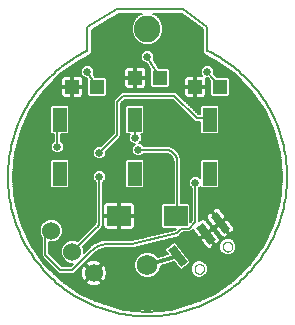
<source format=gtl>
G75*
%MOIN*%
%OFA0B0*%
%FSLAX25Y25*%
%IPPOS*%
%LPD*%
%AMOC8*
5,1,8,0,0,1.08239X$1,22.5*
%
%ADD10C,0.00600*%
%ADD11R,0.07087X0.02756*%
%ADD12R,0.06756X0.02756*%
%ADD13R,0.06362X0.02756*%
%ADD14C,0.00000*%
%ADD15R,0.04528X0.07874*%
%ADD16R,0.07874X0.06693*%
%ADD17R,0.04724X0.04724*%
%ADD18C,0.08858*%
%ADD19C,0.06909*%
%ADD20C,0.06000*%
%ADD21C,0.02578*%
%ADD22C,0.01200*%
%ADD23C,0.00800*%
D10*
X0046966Y0052337D02*
X0052499Y0046830D01*
X0058902Y0042364D01*
X0065981Y0039074D01*
X0073523Y0037060D01*
X0081300Y0036381D01*
X0089077Y0037060D01*
X0096619Y0039074D01*
X0103698Y0042364D01*
X0110101Y0046830D01*
X0115634Y0052337D01*
X0120130Y0058719D01*
X0123453Y0065783D01*
X0125503Y0073315D01*
X0126218Y0081089D01*
X0125576Y0088869D01*
X0123597Y0096421D01*
X0120341Y0103515D01*
X0115905Y0109939D01*
X0110424Y0115498D01*
X0104063Y0120024D01*
X0104063Y0120024D01*
X0100905Y0121700D01*
X0100637Y0121700D01*
X0100363Y0121974D01*
X0100014Y0122140D01*
X0099913Y0122424D01*
X0099700Y0122637D01*
X0099700Y0123025D01*
X0099570Y0123390D01*
X0099700Y0123662D01*
X0099700Y0130500D01*
X0092767Y0135700D01*
X0083082Y0135700D01*
X0084319Y0135188D01*
X0085818Y0133689D01*
X0086629Y0131730D01*
X0086629Y0129610D01*
X0085818Y0127651D01*
X0084319Y0126152D01*
X0082360Y0125341D01*
X0080240Y0125341D01*
X0078281Y0126152D01*
X0076782Y0127651D01*
X0075971Y0129610D01*
X0075971Y0131730D01*
X0076782Y0133689D01*
X0078281Y0135188D01*
X0079518Y0135700D01*
X0071743Y0135700D01*
X0062900Y0130394D01*
X0062900Y0123662D01*
X0063030Y0123390D01*
X0062900Y0123025D01*
X0062900Y0122637D01*
X0062687Y0122424D01*
X0062586Y0122140D01*
X0062237Y0121974D01*
X0061963Y0121700D01*
X0061695Y0121700D01*
X0058537Y0120024D01*
X0052176Y0115498D01*
X0046695Y0109939D01*
X0042259Y0103515D01*
X0039003Y0096421D01*
X0037023Y0088869D01*
X0036382Y0081089D01*
X0037097Y0073315D01*
X0039147Y0065783D01*
X0042470Y0058719D01*
X0046966Y0052337D01*
X0046756Y0052634D02*
X0048127Y0052634D01*
X0048726Y0052036D02*
X0047268Y0052036D01*
X0047869Y0051437D02*
X0049324Y0051437D01*
X0049923Y0050839D02*
X0048471Y0050839D01*
X0049072Y0050240D02*
X0050521Y0050240D01*
X0051120Y0049642D02*
X0049673Y0049642D01*
X0050275Y0049043D02*
X0051718Y0049043D01*
X0051762Y0049000D02*
X0056838Y0049000D01*
X0063346Y0055508D01*
X0063699Y0055861D01*
X0063727Y0055889D01*
X0064563Y0056574D01*
X0066551Y0057398D01*
X0067627Y0057504D01*
X0075940Y0057504D01*
X0076092Y0057412D01*
X0076460Y0057504D01*
X0076838Y0057504D01*
X0076964Y0057630D01*
X0091844Y0061344D01*
X0092252Y0062023D01*
X0093083Y0062854D01*
X0095556Y0062854D01*
X0096410Y0063708D01*
X0096473Y0063562D01*
X0098575Y0060871D01*
X0100448Y0062335D01*
X0100818Y0061862D01*
X0101291Y0062232D01*
X0100921Y0062705D01*
X0102795Y0064169D01*
X0100693Y0066859D01*
X0100420Y0067065D01*
X0100102Y0067193D01*
X0099763Y0067235D01*
X0099424Y0067188D01*
X0099108Y0067054D01*
X0098500Y0066578D01*
X0098500Y0077404D01*
X0098967Y0077872D01*
X0099431Y0077408D01*
X0104704Y0077408D01*
X0105231Y0077935D01*
X0105231Y0086555D01*
X0104704Y0087082D01*
X0099431Y0087082D01*
X0098904Y0086555D01*
X0098904Y0080792D01*
X0098207Y0081489D01*
X0096393Y0081489D01*
X0095111Y0080207D01*
X0095111Y0078393D01*
X0096100Y0077404D01*
X0096100Y0066792D01*
X0095586Y0066278D01*
X0095586Y0072019D01*
X0095059Y0072546D01*
X0092600Y0072546D01*
X0092600Y0087354D01*
X0091793Y0089302D01*
X0091793Y0089302D01*
X0090302Y0090793D01*
X0088354Y0091600D01*
X0080096Y0091600D01*
X0079207Y0092489D01*
X0078585Y0092489D01*
X0079489Y0093393D01*
X0079489Y0095207D01*
X0079178Y0095518D01*
X0079704Y0095518D01*
X0080231Y0096045D01*
X0080231Y0104665D01*
X0079704Y0105192D01*
X0074431Y0105192D01*
X0073904Y0104665D01*
X0073904Y0096045D01*
X0074431Y0095518D01*
X0075422Y0095518D01*
X0075111Y0095207D01*
X0075111Y0093393D01*
X0076393Y0092111D01*
X0077015Y0092111D01*
X0076111Y0091207D01*
X0076111Y0089393D01*
X0077393Y0088111D01*
X0079207Y0088111D01*
X0080096Y0089000D01*
X0087300Y0089000D01*
X0087827Y0088948D01*
X0088800Y0088545D01*
X0089545Y0087800D01*
X0089948Y0086827D01*
X0090000Y0086300D01*
X0090000Y0072546D01*
X0086439Y0072546D01*
X0085912Y0072019D01*
X0085912Y0064581D01*
X0086439Y0064054D01*
X0090888Y0064054D01*
X0090531Y0063696D01*
X0076140Y0060104D01*
X0066013Y0060104D01*
X0063030Y0058868D01*
X0062269Y0058108D01*
X0061852Y0057691D01*
X0061508Y0057346D01*
X0060200Y0056038D01*
X0060200Y0057076D01*
X0059823Y0057985D01*
X0065550Y0063711D01*
X0066035Y0064196D01*
X0066600Y0065561D01*
X0066600Y0079504D01*
X0067489Y0080393D01*
X0067489Y0082207D01*
X0066207Y0083489D01*
X0064393Y0083489D01*
X0063111Y0082207D01*
X0063111Y0080393D01*
X0064000Y0079504D01*
X0064000Y0066300D01*
X0063979Y0066083D01*
X0063812Y0065681D01*
X0063674Y0065512D01*
X0057985Y0059823D01*
X0057076Y0060200D01*
X0055524Y0060200D01*
X0054091Y0059606D01*
X0052994Y0058509D01*
X0052400Y0057076D01*
X0052400Y0055524D01*
X0052994Y0054091D01*
X0054091Y0052994D01*
X0055524Y0052400D01*
X0056562Y0052400D01*
X0055762Y0051600D01*
X0052838Y0051600D01*
X0048600Y0055838D01*
X0048600Y0059471D01*
X0050005Y0059471D01*
X0051438Y0060065D01*
X0052535Y0061162D01*
X0053129Y0062595D01*
X0053129Y0064147D01*
X0052535Y0065580D01*
X0051438Y0066677D01*
X0050005Y0067271D01*
X0048453Y0067271D01*
X0047020Y0066677D01*
X0045923Y0065580D01*
X0045329Y0064147D01*
X0045329Y0062595D01*
X0045923Y0061162D01*
X0046000Y0061085D01*
X0046000Y0054762D01*
X0046762Y0054000D01*
X0051762Y0049000D01*
X0050876Y0048445D02*
X0059142Y0048445D01*
X0059177Y0048222D02*
X0059386Y0047578D01*
X0059693Y0046975D01*
X0060091Y0046428D01*
X0060118Y0046400D01*
X0062947Y0049229D01*
X0060118Y0052057D01*
X0060091Y0052030D01*
X0059693Y0051483D01*
X0059386Y0050880D01*
X0059177Y0050236D01*
X0059071Y0049567D01*
X0059071Y0048891D01*
X0059177Y0048222D01*
X0059299Y0047846D02*
X0051477Y0047846D01*
X0052079Y0047248D02*
X0059554Y0047248D01*
X0059930Y0046649D02*
X0052758Y0046649D01*
X0053616Y0046051D02*
X0060617Y0046051D01*
X0060543Y0045976D02*
X0060570Y0045949D01*
X0061117Y0045551D01*
X0061720Y0045244D01*
X0062364Y0045035D01*
X0063033Y0044929D01*
X0063709Y0044929D01*
X0064378Y0045035D01*
X0065022Y0045244D01*
X0065625Y0045551D01*
X0066172Y0045949D01*
X0066199Y0045976D01*
X0063371Y0048805D01*
X0063795Y0049229D01*
X0063371Y0049653D01*
X0062947Y0049229D01*
X0063371Y0048805D01*
X0060543Y0045976D01*
X0060367Y0046649D02*
X0061216Y0046649D01*
X0060966Y0047248D02*
X0061814Y0047248D01*
X0061564Y0047846D02*
X0062413Y0047846D01*
X0062163Y0048445D02*
X0063011Y0048445D01*
X0063132Y0049043D02*
X0062761Y0049043D01*
X0062534Y0049642D02*
X0063360Y0049642D01*
X0063371Y0049653D02*
X0060543Y0052482D01*
X0060570Y0052509D01*
X0061117Y0052907D01*
X0061720Y0053214D01*
X0062364Y0053423D01*
X0063033Y0053529D01*
X0063709Y0053529D01*
X0064378Y0053423D01*
X0065022Y0053214D01*
X0065625Y0052907D01*
X0066172Y0052509D01*
X0066199Y0052482D01*
X0063371Y0049653D01*
X0063382Y0049642D02*
X0064208Y0049642D01*
X0063795Y0049229D02*
X0066624Y0052057D01*
X0066651Y0052030D01*
X0067049Y0051483D01*
X0067356Y0050880D01*
X0067565Y0050236D01*
X0067671Y0049567D01*
X0067671Y0048891D01*
X0067565Y0048222D01*
X0067356Y0047578D01*
X0067049Y0046975D01*
X0066651Y0046428D01*
X0066624Y0046400D01*
X0063795Y0049229D01*
X0063610Y0049043D02*
X0063981Y0049043D01*
X0063731Y0048445D02*
X0064579Y0048445D01*
X0064329Y0047846D02*
X0065178Y0047846D01*
X0064928Y0047248D02*
X0065776Y0047248D01*
X0065526Y0046649D02*
X0066375Y0046649D01*
X0066812Y0046649D02*
X0109842Y0046649D01*
X0110521Y0047248D02*
X0067188Y0047248D01*
X0067443Y0047846D02*
X0079779Y0047846D01*
X0080434Y0047575D02*
X0082166Y0047575D01*
X0083767Y0048238D01*
X0084992Y0049463D01*
X0085655Y0051064D01*
X0085655Y0051644D01*
X0090055Y0052934D01*
X0092029Y0050407D01*
X0092769Y0050316D01*
X0095529Y0052472D01*
X0095620Y0053212D01*
X0090798Y0059384D01*
X0090058Y0059475D01*
X0087298Y0057319D01*
X0087207Y0056579D01*
X0088068Y0055478D01*
X0084853Y0054535D01*
X0083767Y0055622D01*
X0082166Y0056285D01*
X0080434Y0056285D01*
X0078833Y0055622D01*
X0077608Y0054397D01*
X0076945Y0052796D01*
X0076945Y0051064D01*
X0077608Y0049463D01*
X0078833Y0048238D01*
X0080434Y0047575D01*
X0078626Y0048445D02*
X0067600Y0048445D01*
X0067671Y0049043D02*
X0078028Y0049043D01*
X0077534Y0049642D02*
X0067659Y0049642D01*
X0067564Y0050240D02*
X0077286Y0050240D01*
X0077038Y0050839D02*
X0067369Y0050839D01*
X0067072Y0051437D02*
X0076945Y0051437D01*
X0076945Y0052036D02*
X0066645Y0052036D01*
X0066602Y0052036D02*
X0065754Y0052036D01*
X0065999Y0052634D02*
X0076945Y0052634D01*
X0077126Y0053233D02*
X0064963Y0053233D01*
X0065155Y0051437D02*
X0066004Y0051437D01*
X0065405Y0050839D02*
X0064557Y0050839D01*
X0064807Y0050240D02*
X0063958Y0050240D01*
X0062784Y0050240D02*
X0061935Y0050240D01*
X0062185Y0050839D02*
X0061337Y0050839D01*
X0061587Y0051437D02*
X0060738Y0051437D01*
X0060988Y0052036D02*
X0060140Y0052036D01*
X0060097Y0052036D02*
X0059874Y0052036D01*
X0059670Y0051437D02*
X0059276Y0051437D01*
X0059373Y0050839D02*
X0058677Y0050839D01*
X0059178Y0050240D02*
X0058079Y0050240D01*
X0057480Y0049642D02*
X0059083Y0049642D01*
X0059071Y0049043D02*
X0056882Y0049043D01*
X0056198Y0052036D02*
X0052402Y0052036D01*
X0051804Y0052634D02*
X0054958Y0052634D01*
X0053852Y0053233D02*
X0051205Y0053233D01*
X0050607Y0053832D02*
X0053253Y0053832D01*
X0052853Y0054430D02*
X0050008Y0054430D01*
X0049410Y0055029D02*
X0052605Y0055029D01*
X0052400Y0055627D02*
X0048811Y0055627D01*
X0048600Y0056226D02*
X0052400Y0056226D01*
X0052400Y0056824D02*
X0048600Y0056824D01*
X0048600Y0057423D02*
X0052544Y0057423D01*
X0052792Y0058021D02*
X0048600Y0058021D01*
X0048600Y0058620D02*
X0053104Y0058620D01*
X0053703Y0059218D02*
X0048600Y0059218D01*
X0046000Y0059218D02*
X0042235Y0059218D01*
X0041953Y0059817D02*
X0046000Y0059817D01*
X0046000Y0060415D02*
X0041672Y0060415D01*
X0041390Y0061014D02*
X0046000Y0061014D01*
X0045736Y0061612D02*
X0041109Y0061612D01*
X0040827Y0062211D02*
X0045488Y0062211D01*
X0045329Y0062809D02*
X0040545Y0062809D01*
X0040264Y0063408D02*
X0045329Y0063408D01*
X0045329Y0064006D02*
X0039982Y0064006D01*
X0039701Y0064605D02*
X0045519Y0064605D01*
X0045767Y0065203D02*
X0039419Y0065203D01*
X0039141Y0065802D02*
X0046144Y0065802D01*
X0046743Y0066400D02*
X0038978Y0066400D01*
X0038816Y0066999D02*
X0047796Y0066999D01*
X0050662Y0066999D02*
X0064000Y0066999D01*
X0064000Y0067597D02*
X0038653Y0067597D01*
X0038490Y0068196D02*
X0064000Y0068196D01*
X0064000Y0068794D02*
X0038327Y0068794D01*
X0038164Y0069393D02*
X0064000Y0069393D01*
X0064000Y0069991D02*
X0038001Y0069991D01*
X0037838Y0070590D02*
X0064000Y0070590D01*
X0064000Y0071188D02*
X0037675Y0071188D01*
X0037513Y0071787D02*
X0064000Y0071787D01*
X0064000Y0072385D02*
X0037350Y0072385D01*
X0037187Y0072984D02*
X0064000Y0072984D01*
X0064000Y0073582D02*
X0037072Y0073582D01*
X0037017Y0074181D02*
X0064000Y0074181D01*
X0064000Y0074779D02*
X0036962Y0074779D01*
X0036907Y0075378D02*
X0064000Y0075378D01*
X0064000Y0075976D02*
X0036852Y0075976D01*
X0036797Y0076575D02*
X0064000Y0076575D01*
X0064000Y0077173D02*
X0036742Y0077173D01*
X0036687Y0077772D02*
X0049067Y0077772D01*
X0048904Y0077935D02*
X0049431Y0077408D01*
X0054704Y0077408D01*
X0055231Y0077935D01*
X0055231Y0086555D01*
X0054704Y0087082D01*
X0049431Y0087082D01*
X0048904Y0086555D01*
X0048904Y0077935D01*
X0048904Y0078370D02*
X0036632Y0078370D01*
X0036577Y0078969D02*
X0048904Y0078969D01*
X0048904Y0079568D02*
X0036522Y0079568D01*
X0036467Y0080166D02*
X0048904Y0080166D01*
X0048904Y0080765D02*
X0036412Y0080765D01*
X0036404Y0081363D02*
X0048904Y0081363D01*
X0048904Y0081962D02*
X0036454Y0081962D01*
X0036503Y0082560D02*
X0048904Y0082560D01*
X0048904Y0083159D02*
X0036552Y0083159D01*
X0036602Y0083757D02*
X0048904Y0083757D01*
X0048904Y0084356D02*
X0036651Y0084356D01*
X0036701Y0084954D02*
X0048904Y0084954D01*
X0048904Y0085553D02*
X0036750Y0085553D01*
X0036799Y0086151D02*
X0048904Y0086151D01*
X0049099Y0086750D02*
X0036849Y0086750D01*
X0036898Y0087348D02*
X0064156Y0087348D01*
X0064393Y0087111D02*
X0066207Y0087111D01*
X0067489Y0088393D01*
X0067489Y0089650D01*
X0071838Y0094000D01*
X0072600Y0094762D01*
X0072600Y0105762D01*
X0073838Y0107000D01*
X0089762Y0107000D01*
X0097282Y0099479D01*
X0098904Y0099479D01*
X0098904Y0096045D01*
X0099431Y0095518D01*
X0104704Y0095518D01*
X0105231Y0096045D01*
X0105231Y0104665D01*
X0104704Y0105192D01*
X0099431Y0105192D01*
X0098904Y0104665D01*
X0098904Y0102079D01*
X0098359Y0102079D01*
X0090838Y0109600D01*
X0072762Y0109600D01*
X0072000Y0108838D01*
X0070000Y0106838D01*
X0070000Y0095838D01*
X0065650Y0091489D01*
X0064393Y0091489D01*
X0063111Y0090207D01*
X0063111Y0088393D01*
X0064393Y0087111D01*
X0063558Y0087947D02*
X0036947Y0087947D01*
X0036997Y0088545D02*
X0063111Y0088545D01*
X0063111Y0089144D02*
X0052239Y0089144D01*
X0052207Y0089111D02*
X0053489Y0090393D01*
X0053489Y0092207D01*
X0052600Y0093096D01*
X0052600Y0095518D01*
X0054704Y0095518D01*
X0055231Y0096045D01*
X0055231Y0104665D01*
X0054704Y0105192D01*
X0049431Y0105192D01*
X0048904Y0104665D01*
X0048904Y0096045D01*
X0049431Y0095518D01*
X0050000Y0095518D01*
X0050000Y0093096D01*
X0049111Y0092207D01*
X0049111Y0090393D01*
X0050393Y0089111D01*
X0052207Y0089111D01*
X0052838Y0089742D02*
X0063111Y0089742D01*
X0063245Y0090341D02*
X0053436Y0090341D01*
X0053489Y0090939D02*
X0063844Y0090939D01*
X0065699Y0091538D02*
X0053489Y0091538D01*
X0053489Y0092136D02*
X0066298Y0092136D01*
X0066896Y0092735D02*
X0052961Y0092735D01*
X0052600Y0093333D02*
X0067495Y0093333D01*
X0068093Y0093932D02*
X0052600Y0093932D01*
X0052600Y0094530D02*
X0068692Y0094530D01*
X0069290Y0095129D02*
X0052600Y0095129D01*
X0054913Y0095727D02*
X0069889Y0095727D01*
X0070000Y0096326D02*
X0055231Y0096326D01*
X0055231Y0096924D02*
X0070000Y0096924D01*
X0070000Y0097523D02*
X0055231Y0097523D01*
X0055231Y0098121D02*
X0070000Y0098121D01*
X0070000Y0098720D02*
X0055231Y0098720D01*
X0055231Y0099318D02*
X0070000Y0099318D01*
X0070000Y0099917D02*
X0055231Y0099917D01*
X0055231Y0100515D02*
X0070000Y0100515D01*
X0070000Y0101114D02*
X0055231Y0101114D01*
X0055231Y0101712D02*
X0070000Y0101712D01*
X0070000Y0102311D02*
X0055231Y0102311D01*
X0055231Y0102909D02*
X0070000Y0102909D01*
X0070000Y0103508D02*
X0055231Y0103508D01*
X0055231Y0104106D02*
X0070000Y0104106D01*
X0070000Y0104705D02*
X0055191Y0104705D01*
X0055866Y0107638D02*
X0053633Y0107638D01*
X0053302Y0107726D01*
X0053006Y0107898D01*
X0052764Y0108140D01*
X0052593Y0108436D01*
X0052504Y0108767D01*
X0052504Y0111000D01*
X0055866Y0111000D01*
X0055866Y0111600D01*
X0052504Y0111600D01*
X0052504Y0113833D01*
X0052593Y0114164D01*
X0052764Y0114460D01*
X0053006Y0114702D01*
X0053302Y0114874D01*
X0053633Y0114962D01*
X0055866Y0114962D01*
X0055866Y0111600D01*
X0056466Y0111600D01*
X0056466Y0114962D01*
X0058699Y0114962D01*
X0059030Y0114874D01*
X0059327Y0114702D01*
X0059569Y0114460D01*
X0059740Y0114164D01*
X0059828Y0113833D01*
X0059828Y0111600D01*
X0056466Y0111600D01*
X0056466Y0111000D01*
X0056466Y0107638D01*
X0058699Y0107638D01*
X0059030Y0107726D01*
X0059327Y0107898D01*
X0059569Y0108140D01*
X0059740Y0108436D01*
X0059828Y0108767D01*
X0059828Y0111000D01*
X0056466Y0111000D01*
X0055866Y0111000D01*
X0055866Y0107638D01*
X0055866Y0107698D02*
X0056466Y0107698D01*
X0056466Y0108296D02*
X0055866Y0108296D01*
X0055866Y0108895D02*
X0056466Y0108895D01*
X0056466Y0109493D02*
X0055866Y0109493D01*
X0055866Y0110092D02*
X0056466Y0110092D01*
X0056466Y0110690D02*
X0055866Y0110690D01*
X0055866Y0111289D02*
X0048026Y0111289D01*
X0048616Y0111887D02*
X0052504Y0111887D01*
X0052504Y0112486D02*
X0049206Y0112486D01*
X0049796Y0113084D02*
X0052504Y0113084D01*
X0052504Y0113683D02*
X0050386Y0113683D01*
X0050976Y0114281D02*
X0052660Y0114281D01*
X0053325Y0114880D02*
X0051566Y0114880D01*
X0052157Y0115478D02*
X0059111Y0115478D01*
X0059111Y0115393D02*
X0060393Y0114111D01*
X0061138Y0114111D01*
X0061180Y0114043D01*
X0061172Y0114035D01*
X0061172Y0108565D01*
X0061699Y0108038D01*
X0067169Y0108038D01*
X0067696Y0108565D01*
X0067696Y0114035D01*
X0067169Y0114562D01*
X0063923Y0114562D01*
X0063436Y0115340D01*
X0063489Y0115393D01*
X0063489Y0117207D01*
X0062207Y0118489D01*
X0060393Y0118489D01*
X0059111Y0117207D01*
X0059111Y0115393D01*
X0059007Y0114880D02*
X0059625Y0114880D01*
X0059672Y0114281D02*
X0060223Y0114281D01*
X0059828Y0113683D02*
X0061172Y0113683D01*
X0061172Y0113084D02*
X0059828Y0113084D01*
X0059828Y0112486D02*
X0061172Y0112486D01*
X0061172Y0111887D02*
X0059828Y0111887D01*
X0059828Y0110690D02*
X0061172Y0110690D01*
X0061172Y0110092D02*
X0059828Y0110092D01*
X0059828Y0109493D02*
X0061172Y0109493D01*
X0061172Y0108895D02*
X0059828Y0108895D01*
X0059659Y0108296D02*
X0061441Y0108296D01*
X0058922Y0107698D02*
X0070859Y0107698D01*
X0071458Y0108296D02*
X0067427Y0108296D01*
X0067696Y0108895D02*
X0072056Y0108895D01*
X0072655Y0109493D02*
X0067696Y0109493D01*
X0067696Y0110092D02*
X0093504Y0110092D01*
X0093504Y0110690D02*
X0079895Y0110690D01*
X0080030Y0110726D02*
X0080327Y0110898D01*
X0080569Y0111140D01*
X0080740Y0111436D01*
X0080828Y0111767D01*
X0080828Y0114000D01*
X0077466Y0114000D01*
X0077466Y0110638D01*
X0079699Y0110638D01*
X0080030Y0110726D01*
X0080655Y0111289D02*
X0082448Y0111289D01*
X0082699Y0111038D02*
X0082172Y0111565D01*
X0082172Y0117035D01*
X0082258Y0117121D01*
X0081083Y0119111D01*
X0080393Y0119111D01*
X0079111Y0120393D01*
X0079111Y0122207D01*
X0080393Y0123489D01*
X0082207Y0123489D01*
X0083489Y0122207D01*
X0083489Y0120393D01*
X0083399Y0120303D01*
X0085017Y0117562D01*
X0088169Y0117562D01*
X0088696Y0117035D01*
X0088696Y0111565D01*
X0088169Y0111038D01*
X0082699Y0111038D01*
X0082172Y0111887D02*
X0080828Y0111887D01*
X0080828Y0112486D02*
X0082172Y0112486D01*
X0082172Y0113084D02*
X0080828Y0113084D01*
X0080828Y0113683D02*
X0082172Y0113683D01*
X0082172Y0114281D02*
X0077466Y0114281D01*
X0077466Y0114000D02*
X0077466Y0114600D01*
X0076866Y0114600D01*
X0076866Y0114000D01*
X0073504Y0114000D01*
X0073504Y0111767D01*
X0073593Y0111436D01*
X0073764Y0111140D01*
X0074006Y0110898D01*
X0074302Y0110726D01*
X0074633Y0110638D01*
X0076866Y0110638D01*
X0076866Y0114000D01*
X0077466Y0114000D01*
X0077466Y0113683D02*
X0076866Y0113683D01*
X0076866Y0114281D02*
X0067450Y0114281D01*
X0067696Y0113683D02*
X0073504Y0113683D01*
X0073504Y0113084D02*
X0067696Y0113084D01*
X0067696Y0112486D02*
X0073504Y0112486D01*
X0073504Y0111887D02*
X0067696Y0111887D01*
X0067696Y0111289D02*
X0073678Y0111289D01*
X0074438Y0110690D02*
X0067696Y0110690D01*
X0070261Y0107099D02*
X0044734Y0107099D01*
X0045147Y0107698D02*
X0053410Y0107698D01*
X0052673Y0108296D02*
X0045560Y0108296D01*
X0045974Y0108895D02*
X0052504Y0108895D01*
X0052504Y0109493D02*
X0046387Y0109493D01*
X0046845Y0110092D02*
X0052504Y0110092D01*
X0052504Y0110690D02*
X0047436Y0110690D01*
X0044321Y0106501D02*
X0070000Y0106501D01*
X0070000Y0105902D02*
X0043907Y0105902D01*
X0043494Y0105303D02*
X0070000Y0105303D01*
X0072600Y0105303D02*
X0091458Y0105303D01*
X0092057Y0104705D02*
X0080191Y0104705D01*
X0080231Y0104106D02*
X0092655Y0104106D01*
X0093254Y0103508D02*
X0080231Y0103508D01*
X0080231Y0102909D02*
X0093852Y0102909D01*
X0094451Y0102311D02*
X0080231Y0102311D01*
X0080231Y0101712D02*
X0095049Y0101712D01*
X0095648Y0101114D02*
X0080231Y0101114D01*
X0080231Y0100515D02*
X0096246Y0100515D01*
X0096845Y0099917D02*
X0080231Y0099917D01*
X0080231Y0099318D02*
X0098904Y0099318D01*
X0098904Y0098720D02*
X0080231Y0098720D01*
X0080231Y0098121D02*
X0098904Y0098121D01*
X0098904Y0097523D02*
X0080231Y0097523D01*
X0080231Y0096924D02*
X0098904Y0096924D01*
X0098904Y0096326D02*
X0080231Y0096326D01*
X0079913Y0095727D02*
X0099222Y0095727D01*
X0104913Y0095727D02*
X0123779Y0095727D01*
X0123936Y0095129D02*
X0079489Y0095129D01*
X0079489Y0094530D02*
X0124093Y0094530D01*
X0124250Y0093932D02*
X0079489Y0093932D01*
X0079429Y0093333D02*
X0124407Y0093333D01*
X0124563Y0092735D02*
X0078830Y0092735D01*
X0079559Y0092136D02*
X0124720Y0092136D01*
X0124877Y0091538D02*
X0088505Y0091538D01*
X0089949Y0090939D02*
X0125034Y0090939D01*
X0125191Y0090341D02*
X0090755Y0090341D01*
X0090302Y0090793D02*
X0090302Y0090793D01*
X0091353Y0089742D02*
X0125348Y0089742D01*
X0125505Y0089144D02*
X0091859Y0089144D01*
X0092107Y0088545D02*
X0125603Y0088545D01*
X0125653Y0087947D02*
X0092355Y0087947D01*
X0092600Y0087348D02*
X0125702Y0087348D01*
X0125751Y0086750D02*
X0105037Y0086750D01*
X0105231Y0086151D02*
X0125801Y0086151D01*
X0125850Y0085553D02*
X0105231Y0085553D01*
X0105231Y0084954D02*
X0125899Y0084954D01*
X0125949Y0084356D02*
X0105231Y0084356D01*
X0105231Y0083757D02*
X0125998Y0083757D01*
X0126048Y0083159D02*
X0105231Y0083159D01*
X0105231Y0082560D02*
X0126097Y0082560D01*
X0126146Y0081962D02*
X0105231Y0081962D01*
X0105231Y0081363D02*
X0126196Y0081363D01*
X0126188Y0080765D02*
X0105231Y0080765D01*
X0105231Y0080166D02*
X0126133Y0080166D01*
X0126078Y0079568D02*
X0105231Y0079568D01*
X0105231Y0078969D02*
X0126023Y0078969D01*
X0125968Y0078370D02*
X0105231Y0078370D01*
X0105068Y0077772D02*
X0125913Y0077772D01*
X0125858Y0077173D02*
X0098500Y0077173D01*
X0098500Y0076575D02*
X0125803Y0076575D01*
X0125748Y0075976D02*
X0098500Y0075976D01*
X0098500Y0075378D02*
X0125693Y0075378D01*
X0125638Y0074779D02*
X0098500Y0074779D01*
X0098500Y0074181D02*
X0125583Y0074181D01*
X0125528Y0073582D02*
X0098500Y0073582D01*
X0098500Y0072984D02*
X0125413Y0072984D01*
X0125250Y0072385D02*
X0098500Y0072385D01*
X0098500Y0071787D02*
X0125087Y0071787D01*
X0124925Y0071188D02*
X0098500Y0071188D01*
X0098500Y0070590D02*
X0103634Y0070590D01*
X0103837Y0070748D02*
X0102852Y0069979D01*
X0105649Y0066399D01*
X0105177Y0066029D01*
X0105546Y0065556D01*
X0106019Y0065926D01*
X0105649Y0066399D01*
X0107523Y0067863D01*
X0105421Y0070553D01*
X0105148Y0070759D01*
X0104830Y0070887D01*
X0104491Y0070929D01*
X0104152Y0070882D01*
X0103837Y0070748D01*
X0102868Y0069991D02*
X0098500Y0069991D01*
X0098500Y0069393D02*
X0102102Y0069393D01*
X0102379Y0069609D02*
X0101395Y0068840D01*
X0101189Y0068567D01*
X0101061Y0068250D01*
X0101019Y0067910D01*
X0101067Y0067571D01*
X0101201Y0067256D01*
X0103303Y0064565D01*
X0105177Y0066029D01*
X0102379Y0069609D01*
X0102549Y0069393D02*
X0103310Y0069393D01*
X0103016Y0068794D02*
X0103778Y0068794D01*
X0103484Y0068196D02*
X0104245Y0068196D01*
X0103951Y0067597D02*
X0104713Y0067597D01*
X0104419Y0066999D02*
X0105180Y0066999D01*
X0104887Y0066400D02*
X0105648Y0066400D01*
X0105652Y0066400D02*
X0106626Y0066400D01*
X0106418Y0066999D02*
X0107392Y0066999D01*
X0107184Y0067597D02*
X0123947Y0067597D01*
X0123784Y0066999D02*
X0108198Y0066999D01*
X0107893Y0067390D02*
X0106019Y0065926D01*
X0108816Y0062346D01*
X0109800Y0063115D01*
X0110006Y0063388D01*
X0110134Y0063705D01*
X0110176Y0064045D01*
X0110129Y0064384D01*
X0109995Y0064699D01*
X0107893Y0067390D01*
X0107263Y0068196D02*
X0124110Y0068196D01*
X0124273Y0068794D02*
X0106795Y0068794D01*
X0106328Y0069393D02*
X0124436Y0069393D01*
X0124599Y0069991D02*
X0105860Y0069991D01*
X0105373Y0070590D02*
X0124762Y0070590D01*
X0123622Y0066400D02*
X0108666Y0066400D01*
X0109133Y0065802D02*
X0123459Y0065802D01*
X0123181Y0065203D02*
X0109601Y0065203D01*
X0110035Y0064605D02*
X0122899Y0064605D01*
X0122618Y0064006D02*
X0110171Y0064006D01*
X0110014Y0063408D02*
X0122336Y0063408D01*
X0122055Y0062809D02*
X0109409Y0062809D01*
X0108454Y0062809D02*
X0107692Y0062809D01*
X0107986Y0063408D02*
X0107225Y0063408D01*
X0107518Y0064006D02*
X0106757Y0064006D01*
X0107051Y0064605D02*
X0106290Y0064605D01*
X0106583Y0065203D02*
X0105822Y0065203D01*
X0105546Y0065556D02*
X0108343Y0061976D01*
X0107359Y0061207D01*
X0107044Y0061073D01*
X0106705Y0061026D01*
X0106365Y0061068D01*
X0106048Y0061196D01*
X0105774Y0061402D01*
X0103672Y0064092D01*
X0105546Y0065556D01*
X0105354Y0065802D02*
X0104885Y0065802D01*
X0105094Y0065203D02*
X0104119Y0065203D01*
X0104328Y0064605D02*
X0103353Y0064605D01*
X0103272Y0064605D02*
X0102454Y0064605D01*
X0102587Y0064006D02*
X0103739Y0064006D01*
X0103165Y0063696D02*
X0101291Y0062232D01*
X0104088Y0058652D01*
X0105072Y0059421D01*
X0105278Y0059694D01*
X0105406Y0060011D01*
X0105448Y0060351D01*
X0105400Y0060690D01*
X0105267Y0061005D01*
X0103165Y0063696D01*
X0103390Y0063408D02*
X0104207Y0063408D01*
X0103857Y0062809D02*
X0104675Y0062809D01*
X0104325Y0062211D02*
X0105142Y0062211D01*
X0104793Y0061612D02*
X0105610Y0061612D01*
X0105260Y0061014D02*
X0121210Y0061014D01*
X0121491Y0061612D02*
X0107877Y0061612D01*
X0108160Y0062211D02*
X0121773Y0062211D01*
X0120928Y0060415D02*
X0109708Y0060415D01*
X0109671Y0060452D02*
X0108605Y0060894D01*
X0107451Y0060894D01*
X0106385Y0060452D01*
X0105570Y0059637D01*
X0105128Y0058571D01*
X0105128Y0057417D01*
X0105570Y0056351D01*
X0106385Y0055535D01*
X0107451Y0055094D01*
X0108605Y0055094D01*
X0109671Y0055535D01*
X0110487Y0056351D01*
X0110928Y0057417D01*
X0110928Y0058571D01*
X0110487Y0059637D01*
X0109671Y0060452D01*
X0110307Y0059817D02*
X0120647Y0059817D01*
X0120365Y0059218D02*
X0110660Y0059218D01*
X0110908Y0058620D02*
X0120060Y0058620D01*
X0119639Y0058021D02*
X0110928Y0058021D01*
X0110928Y0057423D02*
X0119217Y0057423D01*
X0118795Y0056824D02*
X0110682Y0056824D01*
X0110361Y0056226D02*
X0118374Y0056226D01*
X0117952Y0055627D02*
X0109762Y0055627D01*
X0106294Y0055627D02*
X0093733Y0055627D01*
X0094200Y0055029D02*
X0117530Y0055029D01*
X0117109Y0054430D02*
X0094668Y0054430D01*
X0095136Y0053832D02*
X0116687Y0053832D01*
X0116266Y0053233D02*
X0099808Y0053233D01*
X0100215Y0053065D02*
X0099149Y0053506D01*
X0097995Y0053506D01*
X0096929Y0053065D01*
X0096113Y0052249D01*
X0095672Y0051183D01*
X0095672Y0050029D01*
X0096113Y0048963D01*
X0096929Y0048148D01*
X0097995Y0047706D01*
X0099149Y0047706D01*
X0100215Y0048148D01*
X0101030Y0048963D01*
X0101472Y0050029D01*
X0101472Y0051183D01*
X0101030Y0052249D01*
X0100215Y0053065D01*
X0100645Y0052634D02*
X0115844Y0052634D01*
X0115332Y0052036D02*
X0101119Y0052036D01*
X0101366Y0051437D02*
X0114731Y0051437D01*
X0114129Y0050839D02*
X0101472Y0050839D01*
X0101472Y0050240D02*
X0113528Y0050240D01*
X0112927Y0049642D02*
X0101312Y0049642D01*
X0101064Y0049043D02*
X0112325Y0049043D01*
X0111724Y0048445D02*
X0100512Y0048445D01*
X0099488Y0047846D02*
X0111123Y0047846D01*
X0108984Y0046051D02*
X0066125Y0046051D01*
X0065431Y0045452D02*
X0108126Y0045452D01*
X0107268Y0044854D02*
X0055332Y0044854D01*
X0056190Y0044255D02*
X0106410Y0044255D01*
X0105552Y0043657D02*
X0057048Y0043657D01*
X0057906Y0043058D02*
X0104694Y0043058D01*
X0103836Y0042460D02*
X0058764Y0042460D01*
X0059983Y0041861D02*
X0102617Y0041861D01*
X0101329Y0041263D02*
X0061271Y0041263D01*
X0062559Y0040664D02*
X0100041Y0040664D01*
X0098753Y0040066D02*
X0063847Y0040066D01*
X0065135Y0039467D02*
X0097465Y0039467D01*
X0095850Y0038869D02*
X0066750Y0038869D01*
X0068990Y0038270D02*
X0093610Y0038270D01*
X0091369Y0037672D02*
X0071231Y0037672D01*
X0073472Y0037073D02*
X0089128Y0037073D01*
X0082372Y0036475D02*
X0080228Y0036475D01*
X0082821Y0047846D02*
X0097656Y0047846D01*
X0096632Y0048445D02*
X0083973Y0048445D01*
X0084572Y0049043D02*
X0096080Y0049043D01*
X0095832Y0049642D02*
X0085066Y0049642D01*
X0085314Y0050240D02*
X0095672Y0050240D01*
X0095672Y0050839D02*
X0093438Y0050839D01*
X0094204Y0051437D02*
X0095777Y0051437D01*
X0096025Y0052036D02*
X0094970Y0052036D01*
X0095549Y0052634D02*
X0096499Y0052634D01*
X0097336Y0053233D02*
X0095603Y0053233D01*
X0093265Y0056226D02*
X0105695Y0056226D01*
X0105374Y0056824D02*
X0092798Y0056824D01*
X0092330Y0057423D02*
X0101516Y0057423D01*
X0101637Y0057374D02*
X0101977Y0057332D01*
X0102316Y0057379D01*
X0102631Y0057513D01*
X0103615Y0058282D01*
X0100818Y0061862D01*
X0098944Y0060398D01*
X0101046Y0057708D01*
X0101320Y0057502D01*
X0101637Y0057374D01*
X0102417Y0057423D02*
X0105128Y0057423D01*
X0105128Y0058021D02*
X0103281Y0058021D01*
X0103352Y0058620D02*
X0105148Y0058620D01*
X0105396Y0059218D02*
X0104813Y0059218D01*
X0105328Y0059817D02*
X0105750Y0059817D01*
X0105439Y0060415D02*
X0106348Y0060415D01*
X0103645Y0059218D02*
X0102884Y0059218D01*
X0103178Y0059817D02*
X0102416Y0059817D01*
X0102710Y0060415D02*
X0101949Y0060415D01*
X0102242Y0061014D02*
X0101481Y0061014D01*
X0101775Y0061612D02*
X0101013Y0061612D01*
X0100498Y0061612D02*
X0099523Y0061612D01*
X0099731Y0061014D02*
X0098757Y0061014D01*
X0098463Y0061014D02*
X0090521Y0061014D01*
X0091007Y0062475D02*
X0092585Y0064054D01*
X0095059Y0064054D01*
X0097300Y0066295D01*
X0097300Y0079300D01*
X0098868Y0077772D02*
X0099067Y0077772D01*
X0096100Y0077173D02*
X0092600Y0077173D01*
X0092600Y0076575D02*
X0096100Y0076575D01*
X0096100Y0075976D02*
X0092600Y0075976D01*
X0092600Y0075378D02*
X0096100Y0075378D01*
X0096100Y0074779D02*
X0092600Y0074779D01*
X0092600Y0074181D02*
X0096100Y0074181D01*
X0096100Y0073582D02*
X0092600Y0073582D01*
X0092600Y0072984D02*
X0096100Y0072984D01*
X0096100Y0072385D02*
X0095220Y0072385D01*
X0095586Y0071787D02*
X0096100Y0071787D01*
X0096100Y0071188D02*
X0095586Y0071188D01*
X0095586Y0070590D02*
X0096100Y0070590D01*
X0096100Y0069991D02*
X0095586Y0069991D01*
X0095586Y0069393D02*
X0096100Y0069393D01*
X0096100Y0068794D02*
X0095586Y0068794D01*
X0095586Y0068196D02*
X0096100Y0068196D01*
X0096100Y0067597D02*
X0095586Y0067597D01*
X0095586Y0066999D02*
X0096100Y0066999D01*
X0095708Y0066400D02*
X0095586Y0066400D01*
X0098500Y0066999D02*
X0099038Y0066999D01*
X0098500Y0067597D02*
X0101063Y0067597D01*
X0101054Y0068196D02*
X0098500Y0068196D01*
X0098500Y0068794D02*
X0101360Y0068794D01*
X0101401Y0066999D02*
X0100508Y0066999D01*
X0101052Y0066400D02*
X0101869Y0066400D01*
X0101519Y0065802D02*
X0102337Y0065802D01*
X0101987Y0065203D02*
X0102804Y0065203D01*
X0102796Y0063408D02*
X0101821Y0063408D01*
X0102030Y0062809D02*
X0101055Y0062809D01*
X0101264Y0062211D02*
X0101307Y0062211D01*
X0100546Y0062211D02*
X0100289Y0062211D01*
X0098965Y0060415D02*
X0088123Y0060415D01*
X0089729Y0059218D02*
X0083327Y0059218D01*
X0080930Y0058620D02*
X0088963Y0058620D01*
X0088197Y0058021D02*
X0078532Y0058021D01*
X0078846Y0055627D02*
X0063466Y0055627D01*
X0062867Y0055029D02*
X0078240Y0055029D01*
X0077642Y0054430D02*
X0062269Y0054430D01*
X0061670Y0053832D02*
X0077374Y0053832D01*
X0080291Y0056226D02*
X0064138Y0056226D01*
X0065165Y0056824D02*
X0087238Y0056824D01*
X0087431Y0057423D02*
X0076134Y0057423D01*
X0076075Y0057423D02*
X0066801Y0057423D01*
X0065319Y0059817D02*
X0061655Y0059817D01*
X0062254Y0060415D02*
X0077387Y0060415D01*
X0079785Y0061014D02*
X0062852Y0061014D01*
X0063451Y0061612D02*
X0082183Y0061612D01*
X0084581Y0062211D02*
X0064049Y0062211D01*
X0064648Y0062809D02*
X0086978Y0062809D01*
X0085912Y0064605D02*
X0077041Y0064605D01*
X0077000Y0064452D02*
X0077088Y0064782D01*
X0077088Y0068000D01*
X0072151Y0068000D01*
X0072151Y0063654D01*
X0075959Y0063654D01*
X0076290Y0063742D01*
X0076586Y0063913D01*
X0076828Y0064155D01*
X0077000Y0064452D01*
X0076679Y0064006D02*
X0090841Y0064006D01*
X0089376Y0063408D02*
X0065246Y0063408D01*
X0065845Y0064006D02*
X0067023Y0064006D01*
X0067116Y0063913D02*
X0067412Y0063742D01*
X0067743Y0063654D01*
X0071551Y0063654D01*
X0071551Y0068000D01*
X0066614Y0068000D01*
X0066614Y0064782D01*
X0066703Y0064452D01*
X0066874Y0064155D01*
X0067116Y0063913D01*
X0066662Y0064605D02*
X0066204Y0064605D01*
X0066035Y0064196D02*
X0066035Y0064196D01*
X0066035Y0064196D01*
X0066452Y0065203D02*
X0066614Y0065203D01*
X0066600Y0065802D02*
X0066614Y0065802D01*
X0066600Y0066400D02*
X0066614Y0066400D01*
X0066600Y0066999D02*
X0066614Y0066999D01*
X0066600Y0067597D02*
X0066614Y0067597D01*
X0066600Y0068196D02*
X0071551Y0068196D01*
X0071551Y0068000D02*
X0071551Y0068600D01*
X0066614Y0068600D01*
X0066614Y0071818D01*
X0066703Y0072148D01*
X0066874Y0072445D01*
X0067116Y0072687D01*
X0067412Y0072858D01*
X0067743Y0072946D01*
X0071551Y0072946D01*
X0071551Y0068600D01*
X0072151Y0068600D01*
X0072151Y0072946D01*
X0075959Y0072946D01*
X0076290Y0072858D01*
X0076586Y0072687D01*
X0076828Y0072445D01*
X0077000Y0072148D01*
X0077088Y0071818D01*
X0077088Y0068600D01*
X0072151Y0068600D01*
X0072151Y0068000D01*
X0071551Y0068000D01*
X0071551Y0067597D02*
X0072151Y0067597D01*
X0072151Y0066999D02*
X0071551Y0066999D01*
X0071551Y0066400D02*
X0072151Y0066400D01*
X0072151Y0065802D02*
X0071551Y0065802D01*
X0071551Y0065203D02*
X0072151Y0065203D01*
X0072151Y0064605D02*
X0071551Y0064605D01*
X0071551Y0064006D02*
X0072151Y0064006D01*
X0072151Y0068196D02*
X0085912Y0068196D01*
X0085912Y0068794D02*
X0077088Y0068794D01*
X0077088Y0069393D02*
X0085912Y0069393D01*
X0085912Y0069991D02*
X0077088Y0069991D01*
X0077088Y0070590D02*
X0085912Y0070590D01*
X0085912Y0071188D02*
X0077088Y0071188D01*
X0077088Y0071787D02*
X0085912Y0071787D01*
X0086278Y0072385D02*
X0076863Y0072385D01*
X0072151Y0072385D02*
X0071551Y0072385D01*
X0071551Y0071787D02*
X0072151Y0071787D01*
X0072151Y0071188D02*
X0071551Y0071188D01*
X0071551Y0070590D02*
X0072151Y0070590D01*
X0072151Y0069991D02*
X0071551Y0069991D01*
X0071551Y0069393D02*
X0072151Y0069393D01*
X0072151Y0068794D02*
X0071551Y0068794D01*
X0066614Y0068794D02*
X0066600Y0068794D01*
X0066600Y0069393D02*
X0066614Y0069393D01*
X0066600Y0069991D02*
X0066614Y0069991D01*
X0066600Y0070590D02*
X0066614Y0070590D01*
X0066600Y0071188D02*
X0066614Y0071188D01*
X0066600Y0071787D02*
X0066614Y0071787D01*
X0066600Y0072385D02*
X0066840Y0072385D01*
X0066600Y0072984D02*
X0090000Y0072984D01*
X0090000Y0073582D02*
X0066600Y0073582D01*
X0066600Y0074181D02*
X0090000Y0074181D01*
X0090000Y0074779D02*
X0066600Y0074779D01*
X0066600Y0075378D02*
X0090000Y0075378D01*
X0090000Y0075976D02*
X0066600Y0075976D01*
X0066600Y0076575D02*
X0090000Y0076575D01*
X0090000Y0077173D02*
X0066600Y0077173D01*
X0066600Y0077772D02*
X0074067Y0077772D01*
X0073904Y0077935D02*
X0074431Y0077408D01*
X0079704Y0077408D01*
X0080231Y0077935D01*
X0080231Y0086555D01*
X0079704Y0087082D01*
X0074431Y0087082D01*
X0073904Y0086555D01*
X0073904Y0077935D01*
X0073904Y0078370D02*
X0066600Y0078370D01*
X0066600Y0078969D02*
X0073904Y0078969D01*
X0073904Y0079568D02*
X0066663Y0079568D01*
X0067262Y0080166D02*
X0073904Y0080166D01*
X0073904Y0080765D02*
X0067489Y0080765D01*
X0067489Y0081363D02*
X0073904Y0081363D01*
X0073904Y0081962D02*
X0067489Y0081962D01*
X0067136Y0082560D02*
X0073904Y0082560D01*
X0073904Y0083159D02*
X0066537Y0083159D01*
X0064063Y0083159D02*
X0055231Y0083159D01*
X0055231Y0083757D02*
X0073904Y0083757D01*
X0073904Y0084356D02*
X0055231Y0084356D01*
X0055231Y0084954D02*
X0073904Y0084954D01*
X0073904Y0085553D02*
X0055231Y0085553D01*
X0055231Y0086151D02*
X0073904Y0086151D01*
X0074099Y0086750D02*
X0055037Y0086750D01*
X0055231Y0082560D02*
X0063464Y0082560D01*
X0063111Y0081962D02*
X0055231Y0081962D01*
X0055231Y0081363D02*
X0063111Y0081363D01*
X0063111Y0080765D02*
X0055231Y0080765D01*
X0055231Y0080166D02*
X0063338Y0080166D01*
X0063937Y0079568D02*
X0055231Y0079568D01*
X0055231Y0078969D02*
X0064000Y0078969D01*
X0064000Y0078370D02*
X0055231Y0078370D01*
X0055068Y0077772D02*
X0064000Y0077772D01*
X0066444Y0087348D02*
X0089732Y0087348D01*
X0089956Y0086750D02*
X0080037Y0086750D01*
X0080231Y0086151D02*
X0090000Y0086151D01*
X0090000Y0085553D02*
X0080231Y0085553D01*
X0080231Y0084954D02*
X0090000Y0084954D01*
X0090000Y0084356D02*
X0080231Y0084356D01*
X0080231Y0083757D02*
X0090000Y0083757D01*
X0090000Y0083159D02*
X0080231Y0083159D01*
X0080231Y0082560D02*
X0090000Y0082560D01*
X0090000Y0081962D02*
X0080231Y0081962D01*
X0080231Y0081363D02*
X0090000Y0081363D01*
X0090000Y0080765D02*
X0080231Y0080765D01*
X0080231Y0080166D02*
X0090000Y0080166D01*
X0090000Y0079568D02*
X0080231Y0079568D01*
X0080231Y0078969D02*
X0090000Y0078969D01*
X0090000Y0078370D02*
X0080231Y0078370D01*
X0080068Y0077772D02*
X0090000Y0077772D01*
X0092600Y0077772D02*
X0095732Y0077772D01*
X0095134Y0078370D02*
X0092600Y0078370D01*
X0092600Y0078969D02*
X0095111Y0078969D01*
X0095111Y0079568D02*
X0092600Y0079568D01*
X0092600Y0080166D02*
X0095111Y0080166D01*
X0095669Y0080765D02*
X0092600Y0080765D01*
X0092600Y0081363D02*
X0096267Y0081363D01*
X0098333Y0081363D02*
X0098904Y0081363D01*
X0098904Y0081962D02*
X0092600Y0081962D01*
X0092600Y0082560D02*
X0098904Y0082560D01*
X0098904Y0083159D02*
X0092600Y0083159D01*
X0092600Y0083757D02*
X0098904Y0083757D01*
X0098904Y0084356D02*
X0092600Y0084356D01*
X0092600Y0084954D02*
X0098904Y0084954D01*
X0098904Y0085553D02*
X0092600Y0085553D01*
X0092600Y0086151D02*
X0098904Y0086151D01*
X0099099Y0086750D02*
X0092600Y0086750D01*
X0089398Y0087947D02*
X0067042Y0087947D01*
X0067489Y0088545D02*
X0076959Y0088545D01*
X0076361Y0089144D02*
X0067489Y0089144D01*
X0067581Y0089742D02*
X0076111Y0089742D01*
X0076111Y0090341D02*
X0068179Y0090341D01*
X0068778Y0090939D02*
X0076111Y0090939D01*
X0076442Y0091538D02*
X0069376Y0091538D01*
X0069975Y0092136D02*
X0076368Y0092136D01*
X0075770Y0092735D02*
X0070573Y0092735D01*
X0071172Y0093333D02*
X0075171Y0093333D01*
X0075111Y0093932D02*
X0071770Y0093932D01*
X0072369Y0094530D02*
X0075111Y0094530D01*
X0075111Y0095129D02*
X0072600Y0095129D01*
X0072600Y0095727D02*
X0074222Y0095727D01*
X0073904Y0096326D02*
X0072600Y0096326D01*
X0072600Y0096924D02*
X0073904Y0096924D01*
X0073904Y0097523D02*
X0072600Y0097523D01*
X0072600Y0098121D02*
X0073904Y0098121D01*
X0073904Y0098720D02*
X0072600Y0098720D01*
X0072600Y0099318D02*
X0073904Y0099318D01*
X0073904Y0099917D02*
X0072600Y0099917D01*
X0072600Y0100515D02*
X0073904Y0100515D01*
X0073904Y0101114D02*
X0072600Y0101114D01*
X0072600Y0101712D02*
X0073904Y0101712D01*
X0073904Y0102311D02*
X0072600Y0102311D01*
X0072600Y0102909D02*
X0073904Y0102909D01*
X0073904Y0103508D02*
X0072600Y0103508D01*
X0072600Y0104106D02*
X0073904Y0104106D01*
X0073944Y0104705D02*
X0072600Y0104705D01*
X0072740Y0105902D02*
X0090860Y0105902D01*
X0090261Y0106501D02*
X0073339Y0106501D01*
X0076866Y0110690D02*
X0077466Y0110690D01*
X0077466Y0111289D02*
X0076866Y0111289D01*
X0076866Y0111887D02*
X0077466Y0111887D01*
X0077466Y0112486D02*
X0076866Y0112486D01*
X0076866Y0113084D02*
X0077466Y0113084D01*
X0077466Y0114600D02*
X0080828Y0114600D01*
X0080828Y0116833D01*
X0080740Y0117164D01*
X0080569Y0117460D01*
X0080327Y0117702D01*
X0080030Y0117874D01*
X0079699Y0117962D01*
X0077466Y0117962D01*
X0077466Y0114600D01*
X0077466Y0114880D02*
X0076866Y0114880D01*
X0076866Y0114600D02*
X0076866Y0117962D01*
X0074633Y0117962D01*
X0074302Y0117874D01*
X0074006Y0117702D01*
X0073764Y0117460D01*
X0073593Y0117164D01*
X0073504Y0116833D01*
X0073504Y0114600D01*
X0076866Y0114600D01*
X0076866Y0115478D02*
X0077466Y0115478D01*
X0077466Y0116077D02*
X0076866Y0116077D01*
X0076866Y0116675D02*
X0077466Y0116675D01*
X0077466Y0117274D02*
X0076866Y0117274D01*
X0076866Y0117872D02*
X0077466Y0117872D01*
X0080032Y0117872D02*
X0081815Y0117872D01*
X0082168Y0117274D02*
X0080676Y0117274D01*
X0080828Y0116675D02*
X0082172Y0116675D01*
X0082172Y0116077D02*
X0080828Y0116077D01*
X0080828Y0115478D02*
X0082172Y0115478D01*
X0082172Y0114880D02*
X0080828Y0114880D01*
X0081461Y0118471D02*
X0062225Y0118471D01*
X0062823Y0117872D02*
X0074300Y0117872D01*
X0073656Y0117274D02*
X0063422Y0117274D01*
X0063489Y0116675D02*
X0073504Y0116675D01*
X0073504Y0116077D02*
X0063489Y0116077D01*
X0063489Y0115478D02*
X0073504Y0115478D01*
X0073504Y0114880D02*
X0063724Y0114880D01*
X0061172Y0111289D02*
X0056466Y0111289D01*
X0056466Y0111887D02*
X0055866Y0111887D01*
X0055866Y0112486D02*
X0056466Y0112486D01*
X0056466Y0113084D02*
X0055866Y0113084D01*
X0055866Y0113683D02*
X0056466Y0113683D01*
X0056466Y0114281D02*
X0055866Y0114281D01*
X0055866Y0114880D02*
X0056466Y0114880D01*
X0059111Y0116077D02*
X0052989Y0116077D01*
X0053831Y0116675D02*
X0059111Y0116675D01*
X0059178Y0117274D02*
X0054672Y0117274D01*
X0055513Y0117872D02*
X0059777Y0117872D01*
X0060375Y0118471D02*
X0056354Y0118471D01*
X0057195Y0119069D02*
X0081108Y0119069D01*
X0079837Y0119668D02*
X0058036Y0119668D01*
X0058994Y0120266D02*
X0079238Y0120266D01*
X0079111Y0120865D02*
X0060121Y0120865D01*
X0061249Y0121463D02*
X0079111Y0121463D01*
X0079111Y0122062D02*
X0062421Y0122062D01*
X0062900Y0122660D02*
X0079565Y0122660D01*
X0080163Y0123259D02*
X0062983Y0123259D01*
X0062900Y0123857D02*
X0099700Y0123857D01*
X0099700Y0124456D02*
X0062900Y0124456D01*
X0062900Y0125054D02*
X0099700Y0125054D01*
X0099700Y0125653D02*
X0083113Y0125653D01*
X0084418Y0126251D02*
X0099700Y0126251D01*
X0099700Y0126850D02*
X0085016Y0126850D01*
X0085615Y0127448D02*
X0099700Y0127448D01*
X0099700Y0128047D02*
X0085982Y0128047D01*
X0086230Y0128645D02*
X0099700Y0128645D01*
X0099700Y0129244D02*
X0086477Y0129244D01*
X0086629Y0129842D02*
X0099700Y0129842D01*
X0099700Y0130441D02*
X0086629Y0130441D01*
X0086629Y0131039D02*
X0098981Y0131039D01*
X0098183Y0131638D02*
X0086629Y0131638D01*
X0086419Y0132237D02*
X0097385Y0132237D01*
X0096587Y0132835D02*
X0086171Y0132835D01*
X0085924Y0133434D02*
X0095789Y0133434D01*
X0094991Y0134032D02*
X0085475Y0134032D01*
X0084876Y0134631D02*
X0094193Y0134631D01*
X0093395Y0135229D02*
X0084219Y0135229D01*
X0078381Y0135229D02*
X0070958Y0135229D01*
X0069961Y0134631D02*
X0077724Y0134631D01*
X0077125Y0134032D02*
X0068963Y0134032D01*
X0067966Y0133434D02*
X0076676Y0133434D01*
X0076429Y0132835D02*
X0066968Y0132835D01*
X0065971Y0132237D02*
X0076181Y0132237D01*
X0075971Y0131638D02*
X0064973Y0131638D01*
X0063976Y0131039D02*
X0075971Y0131039D01*
X0075971Y0130441D02*
X0062978Y0130441D01*
X0062900Y0129842D02*
X0075971Y0129842D01*
X0076123Y0129244D02*
X0062900Y0129244D01*
X0062900Y0128645D02*
X0076370Y0128645D01*
X0076618Y0128047D02*
X0062900Y0128047D01*
X0062900Y0127448D02*
X0076985Y0127448D01*
X0077584Y0126850D02*
X0062900Y0126850D01*
X0062900Y0126251D02*
X0078182Y0126251D01*
X0079487Y0125653D02*
X0062900Y0125653D01*
X0061300Y0123300D02*
X0061300Y0131300D01*
X0071300Y0137300D01*
X0093300Y0137300D01*
X0101300Y0131300D01*
X0101300Y0123300D01*
X0100179Y0122062D02*
X0083489Y0122062D01*
X0083489Y0121463D02*
X0101351Y0121463D01*
X0102479Y0120865D02*
X0083489Y0120865D01*
X0083420Y0120266D02*
X0103606Y0120266D01*
X0104564Y0119668D02*
X0083774Y0119668D01*
X0084127Y0119069D02*
X0105405Y0119069D01*
X0106246Y0118471D02*
X0102225Y0118471D01*
X0102207Y0118489D02*
X0100393Y0118489D01*
X0099111Y0117207D01*
X0099111Y0115393D01*
X0099542Y0114962D01*
X0097466Y0114962D01*
X0097466Y0111600D01*
X0096866Y0111600D01*
X0096866Y0111000D01*
X0093504Y0111000D01*
X0093504Y0108767D01*
X0093593Y0108436D01*
X0093764Y0108140D01*
X0094006Y0107898D01*
X0094302Y0107726D01*
X0094633Y0107638D01*
X0096866Y0107638D01*
X0096866Y0111000D01*
X0097466Y0111000D01*
X0097466Y0107638D01*
X0099699Y0107638D01*
X0100030Y0107726D01*
X0100327Y0107898D01*
X0100569Y0108140D01*
X0100740Y0108436D01*
X0100828Y0108767D01*
X0100828Y0111000D01*
X0097466Y0111000D01*
X0097466Y0111600D01*
X0100828Y0111600D01*
X0100828Y0113833D01*
X0100754Y0114111D01*
X0101423Y0114111D01*
X0102172Y0113206D01*
X0102172Y0108565D01*
X0102699Y0108038D01*
X0108169Y0108038D01*
X0108696Y0108565D01*
X0108696Y0114035D01*
X0108169Y0114562D01*
X0104424Y0114562D01*
X0103489Y0115693D01*
X0103489Y0117207D01*
X0102207Y0118489D01*
X0102823Y0117872D02*
X0107087Y0117872D01*
X0107928Y0117274D02*
X0103422Y0117274D01*
X0103489Y0116675D02*
X0108769Y0116675D01*
X0109611Y0116077D02*
X0103489Y0116077D01*
X0103666Y0115478D02*
X0110443Y0115478D01*
X0111033Y0114880D02*
X0104161Y0114880D01*
X0101777Y0113683D02*
X0100828Y0113683D01*
X0100828Y0113084D02*
X0102172Y0113084D01*
X0102172Y0112486D02*
X0100828Y0112486D01*
X0100828Y0111887D02*
X0102172Y0111887D01*
X0102172Y0111289D02*
X0097466Y0111289D01*
X0097466Y0111887D02*
X0096866Y0111887D01*
X0096866Y0111600D02*
X0096866Y0114962D01*
X0094633Y0114962D01*
X0094302Y0114874D01*
X0094006Y0114702D01*
X0093764Y0114460D01*
X0093593Y0114164D01*
X0093504Y0113833D01*
X0093504Y0111600D01*
X0096866Y0111600D01*
X0096866Y0111289D02*
X0088420Y0111289D01*
X0088696Y0111887D02*
X0093504Y0111887D01*
X0093504Y0112486D02*
X0088696Y0112486D01*
X0088696Y0113084D02*
X0093504Y0113084D01*
X0093504Y0113683D02*
X0088696Y0113683D01*
X0088696Y0114281D02*
X0093660Y0114281D01*
X0094325Y0114880D02*
X0088696Y0114880D01*
X0088696Y0115478D02*
X0099111Y0115478D01*
X0099111Y0116077D02*
X0088696Y0116077D01*
X0088696Y0116675D02*
X0099111Y0116675D01*
X0099178Y0117274D02*
X0088457Y0117274D01*
X0084834Y0117872D02*
X0099777Y0117872D01*
X0100375Y0118471D02*
X0084481Y0118471D01*
X0083035Y0122660D02*
X0099700Y0122660D01*
X0099617Y0123259D02*
X0082437Y0123259D01*
X0090945Y0109493D02*
X0093504Y0109493D01*
X0093504Y0108895D02*
X0091544Y0108895D01*
X0092142Y0108296D02*
X0093673Y0108296D01*
X0094410Y0107698D02*
X0092741Y0107698D01*
X0093339Y0107099D02*
X0117866Y0107099D01*
X0117453Y0107698D02*
X0099922Y0107698D01*
X0100659Y0108296D02*
X0102441Y0108296D01*
X0102172Y0108895D02*
X0100828Y0108895D01*
X0100828Y0109493D02*
X0102172Y0109493D01*
X0102172Y0110092D02*
X0100828Y0110092D01*
X0100828Y0110690D02*
X0102172Y0110690D01*
X0097466Y0110690D02*
X0096866Y0110690D01*
X0096866Y0110092D02*
X0097466Y0110092D01*
X0097466Y0109493D02*
X0096866Y0109493D01*
X0096866Y0108895D02*
X0097466Y0108895D01*
X0097466Y0108296D02*
X0096866Y0108296D01*
X0096866Y0107698D02*
X0097466Y0107698D01*
X0094536Y0105902D02*
X0118693Y0105902D01*
X0119106Y0105303D02*
X0095135Y0105303D01*
X0095733Y0104705D02*
X0098944Y0104705D01*
X0098904Y0104106D02*
X0096332Y0104106D01*
X0096930Y0103508D02*
X0098904Y0103508D01*
X0098904Y0102909D02*
X0097529Y0102909D01*
X0098128Y0102311D02*
X0098904Y0102311D01*
X0093938Y0106501D02*
X0118279Y0106501D01*
X0117039Y0108296D02*
X0108427Y0108296D01*
X0108696Y0108895D02*
X0116626Y0108895D01*
X0116213Y0109493D02*
X0108696Y0109493D01*
X0108696Y0110092D02*
X0115755Y0110092D01*
X0115164Y0110690D02*
X0108696Y0110690D01*
X0108696Y0111289D02*
X0114574Y0111289D01*
X0113984Y0111887D02*
X0108696Y0111887D01*
X0108696Y0112486D02*
X0113394Y0112486D01*
X0112804Y0113084D02*
X0108696Y0113084D01*
X0108696Y0113683D02*
X0112214Y0113683D01*
X0111624Y0114281D02*
X0108450Y0114281D01*
X0105191Y0104705D02*
X0119519Y0104705D01*
X0119933Y0104106D02*
X0105231Y0104106D01*
X0105231Y0103508D02*
X0120344Y0103508D01*
X0120619Y0102909D02*
X0105231Y0102909D01*
X0105231Y0102311D02*
X0120894Y0102311D01*
X0121168Y0101712D02*
X0105231Y0101712D01*
X0105231Y0101114D02*
X0121443Y0101114D01*
X0121718Y0100515D02*
X0105231Y0100515D01*
X0105231Y0099917D02*
X0121992Y0099917D01*
X0122267Y0099318D02*
X0105231Y0099318D01*
X0105231Y0098720D02*
X0122542Y0098720D01*
X0122817Y0098121D02*
X0105231Y0098121D01*
X0105231Y0097523D02*
X0123091Y0097523D01*
X0123366Y0096924D02*
X0105231Y0096924D01*
X0105231Y0096326D02*
X0123622Y0096326D01*
X0097466Y0112486D02*
X0096866Y0112486D01*
X0096866Y0113084D02*
X0097466Y0113084D01*
X0097466Y0113683D02*
X0096866Y0113683D01*
X0096866Y0114281D02*
X0097466Y0114281D01*
X0097466Y0114880D02*
X0096866Y0114880D01*
X0088800Y0088545D02*
X0079641Y0088545D01*
X0061300Y0123300D02*
X0060276Y0122797D01*
X0059265Y0122269D01*
X0058267Y0121717D01*
X0057283Y0121140D01*
X0056314Y0120539D01*
X0055359Y0119915D01*
X0054420Y0119267D01*
X0053498Y0118597D01*
X0052591Y0117904D01*
X0051703Y0117189D01*
X0050832Y0116453D01*
X0049979Y0115695D01*
X0049145Y0114917D01*
X0048331Y0114118D01*
X0047536Y0113300D01*
X0046761Y0112463D01*
X0046008Y0111606D01*
X0045275Y0110732D01*
X0044565Y0109840D01*
X0043876Y0108931D01*
X0043210Y0108005D01*
X0042567Y0107063D01*
X0041947Y0106106D01*
X0041350Y0105133D01*
X0040778Y0104147D01*
X0040230Y0103146D01*
X0039707Y0102133D01*
X0039208Y0101107D01*
X0038735Y0100069D01*
X0038288Y0099020D01*
X0037867Y0097960D01*
X0037471Y0096890D01*
X0037102Y0095811D01*
X0036760Y0094723D01*
X0036444Y0093627D01*
X0036155Y0092523D01*
X0035894Y0091413D01*
X0035659Y0090297D01*
X0035452Y0089175D01*
X0035273Y0088049D01*
X0035122Y0086918D01*
X0034998Y0085784D01*
X0034902Y0084648D01*
X0034833Y0083509D01*
X0034793Y0082369D01*
X0034781Y0081229D01*
X0034797Y0080088D01*
X0034840Y0078948D01*
X0034912Y0077810D01*
X0035012Y0076674D01*
X0035139Y0075540D01*
X0035294Y0074410D01*
X0035477Y0073285D01*
X0035687Y0072163D01*
X0035925Y0071048D01*
X0036190Y0069938D01*
X0036482Y0068836D01*
X0036801Y0067741D01*
X0037147Y0066654D01*
X0037519Y0065576D01*
X0037918Y0064507D01*
X0038343Y0063449D01*
X0038793Y0062401D01*
X0039269Y0061364D01*
X0039771Y0060340D01*
X0040297Y0059328D01*
X0040848Y0058329D01*
X0041423Y0057344D01*
X0042023Y0056374D01*
X0042646Y0055418D01*
X0043292Y0054478D01*
X0043961Y0053555D01*
X0044652Y0052648D01*
X0045366Y0051758D01*
X0046101Y0050886D01*
X0046857Y0050032D01*
X0047634Y0049197D01*
X0048431Y0048381D01*
X0049248Y0047585D01*
X0050085Y0046809D01*
X0050940Y0046054D01*
X0051813Y0045321D01*
X0052704Y0044608D01*
X0053612Y0043918D01*
X0054537Y0043251D01*
X0055478Y0042606D01*
X0056434Y0041985D01*
X0057405Y0041387D01*
X0058391Y0040813D01*
X0059391Y0040263D01*
X0060403Y0039739D01*
X0061429Y0039239D01*
X0062466Y0038764D01*
X0063514Y0038315D01*
X0064574Y0037892D01*
X0065643Y0037495D01*
X0066722Y0037124D01*
X0067809Y0036780D01*
X0068905Y0036463D01*
X0070008Y0036172D01*
X0071117Y0035909D01*
X0072233Y0035673D01*
X0073355Y0035465D01*
X0074481Y0035284D01*
X0075611Y0035130D01*
X0076745Y0035005D01*
X0077881Y0034907D01*
X0079020Y0034837D01*
X0080159Y0034795D01*
X0081300Y0034781D01*
X0082441Y0034795D01*
X0083580Y0034837D01*
X0084719Y0034907D01*
X0085855Y0035005D01*
X0086989Y0035130D01*
X0088119Y0035284D01*
X0089245Y0035465D01*
X0090367Y0035673D01*
X0091483Y0035909D01*
X0092592Y0036172D01*
X0093695Y0036463D01*
X0094791Y0036780D01*
X0095878Y0037124D01*
X0096957Y0037495D01*
X0098026Y0037892D01*
X0099086Y0038315D01*
X0100134Y0038764D01*
X0101171Y0039239D01*
X0102197Y0039739D01*
X0103209Y0040263D01*
X0104209Y0040813D01*
X0105195Y0041387D01*
X0106166Y0041985D01*
X0107122Y0042606D01*
X0108063Y0043251D01*
X0108988Y0043918D01*
X0109896Y0044608D01*
X0110787Y0045321D01*
X0111660Y0046054D01*
X0112515Y0046809D01*
X0113352Y0047585D01*
X0114169Y0048381D01*
X0114966Y0049197D01*
X0115743Y0050032D01*
X0116499Y0050886D01*
X0117234Y0051758D01*
X0117948Y0052648D01*
X0118639Y0053555D01*
X0119308Y0054478D01*
X0119954Y0055418D01*
X0120577Y0056374D01*
X0121177Y0057344D01*
X0121752Y0058329D01*
X0122303Y0059328D01*
X0122829Y0060340D01*
X0123331Y0061364D01*
X0123807Y0062401D01*
X0124257Y0063449D01*
X0124682Y0064507D01*
X0125081Y0065576D01*
X0125453Y0066654D01*
X0125799Y0067741D01*
X0126118Y0068836D01*
X0126410Y0069938D01*
X0126675Y0071048D01*
X0126913Y0072163D01*
X0127123Y0073285D01*
X0127306Y0074410D01*
X0127461Y0075540D01*
X0127588Y0076674D01*
X0127688Y0077810D01*
X0127760Y0078948D01*
X0127803Y0080088D01*
X0127819Y0081229D01*
X0127807Y0082369D01*
X0127767Y0083509D01*
X0127698Y0084648D01*
X0127602Y0085784D01*
X0127478Y0086918D01*
X0127327Y0088049D01*
X0127148Y0089175D01*
X0126941Y0090297D01*
X0126706Y0091413D01*
X0126445Y0092523D01*
X0126156Y0093627D01*
X0125840Y0094723D01*
X0125498Y0095811D01*
X0125129Y0096890D01*
X0124733Y0097960D01*
X0124312Y0099020D01*
X0123865Y0100069D01*
X0123392Y0101107D01*
X0122893Y0102133D01*
X0122370Y0103146D01*
X0121822Y0104147D01*
X0121250Y0105133D01*
X0120653Y0106106D01*
X0120033Y0107063D01*
X0119390Y0108005D01*
X0118724Y0108931D01*
X0118035Y0109840D01*
X0117325Y0110732D01*
X0116592Y0111606D01*
X0115839Y0112463D01*
X0115064Y0113300D01*
X0114269Y0114118D01*
X0113455Y0114917D01*
X0112621Y0115695D01*
X0111768Y0116453D01*
X0110897Y0117189D01*
X0110009Y0117904D01*
X0109102Y0118597D01*
X0108180Y0119267D01*
X0107241Y0119915D01*
X0106286Y0120539D01*
X0105317Y0121140D01*
X0104333Y0121717D01*
X0103335Y0122269D01*
X0102324Y0122797D01*
X0101300Y0123300D01*
X0048944Y0104705D02*
X0043081Y0104705D01*
X0042667Y0104106D02*
X0048904Y0104106D01*
X0048904Y0103508D02*
X0042256Y0103508D01*
X0041981Y0102909D02*
X0048904Y0102909D01*
X0048904Y0102311D02*
X0041706Y0102311D01*
X0041432Y0101712D02*
X0048904Y0101712D01*
X0048904Y0101114D02*
X0041157Y0101114D01*
X0040882Y0100515D02*
X0048904Y0100515D01*
X0048904Y0099917D02*
X0040607Y0099917D01*
X0040333Y0099318D02*
X0048904Y0099318D01*
X0048904Y0098720D02*
X0040058Y0098720D01*
X0039783Y0098121D02*
X0048904Y0098121D01*
X0048904Y0097523D02*
X0039509Y0097523D01*
X0039234Y0096924D02*
X0048904Y0096924D01*
X0048904Y0096326D02*
X0038978Y0096326D01*
X0038821Y0095727D02*
X0049222Y0095727D01*
X0050000Y0095129D02*
X0038664Y0095129D01*
X0038507Y0094530D02*
X0050000Y0094530D01*
X0050000Y0093932D02*
X0038350Y0093932D01*
X0038193Y0093333D02*
X0050000Y0093333D01*
X0049639Y0092735D02*
X0038037Y0092735D01*
X0037880Y0092136D02*
X0049111Y0092136D01*
X0049111Y0091538D02*
X0037723Y0091538D01*
X0037566Y0090939D02*
X0049111Y0090939D01*
X0049164Y0090341D02*
X0037409Y0090341D01*
X0037252Y0089742D02*
X0049762Y0089742D01*
X0050361Y0089144D02*
X0037095Y0089144D01*
X0051715Y0066400D02*
X0064000Y0066400D01*
X0063862Y0065802D02*
X0052314Y0065802D01*
X0052691Y0065203D02*
X0063365Y0065203D01*
X0062766Y0064605D02*
X0052939Y0064605D01*
X0053129Y0064006D02*
X0062168Y0064006D01*
X0061569Y0063408D02*
X0053129Y0063408D01*
X0053129Y0062809D02*
X0060971Y0062809D01*
X0060372Y0062211D02*
X0052970Y0062211D01*
X0052722Y0061612D02*
X0059774Y0061612D01*
X0059175Y0061014D02*
X0052387Y0061014D01*
X0051788Y0060415D02*
X0058577Y0060415D01*
X0061057Y0059218D02*
X0063874Y0059218D01*
X0063030Y0058868D02*
X0063030Y0058868D01*
X0062781Y0058620D02*
X0060458Y0058620D01*
X0059860Y0058021D02*
X0062183Y0058021D01*
X0061584Y0057423D02*
X0060056Y0057423D01*
X0060200Y0056824D02*
X0060986Y0056824D01*
X0060387Y0056226D02*
X0060200Y0056226D01*
X0061071Y0053233D02*
X0061779Y0053233D01*
X0060743Y0052634D02*
X0060473Y0052634D01*
X0061311Y0045452D02*
X0054474Y0045452D01*
X0047529Y0053233D02*
X0046334Y0053233D01*
X0045913Y0053832D02*
X0046930Y0053832D01*
X0046331Y0054430D02*
X0045491Y0054430D01*
X0045070Y0055029D02*
X0046000Y0055029D01*
X0046000Y0055627D02*
X0044648Y0055627D01*
X0044226Y0056226D02*
X0046000Y0056226D01*
X0046000Y0056824D02*
X0043805Y0056824D01*
X0043383Y0057423D02*
X0046000Y0057423D01*
X0046000Y0058021D02*
X0042961Y0058021D01*
X0042540Y0058620D02*
X0046000Y0058620D01*
X0050839Y0059817D02*
X0054599Y0059817D01*
X0077088Y0065203D02*
X0085912Y0065203D01*
X0085912Y0065802D02*
X0077088Y0065802D01*
X0077088Y0066400D02*
X0085912Y0066400D01*
X0085912Y0066999D02*
X0077088Y0066999D01*
X0077088Y0067597D02*
X0085912Y0067597D01*
X0092440Y0062211D02*
X0097528Y0062211D01*
X0097061Y0062809D02*
X0093038Y0062809D01*
X0092005Y0061612D02*
X0097996Y0061612D01*
X0099399Y0059817D02*
X0085725Y0059817D01*
X0087484Y0056226D02*
X0082309Y0056226D01*
X0083754Y0055627D02*
X0087951Y0055627D01*
X0086536Y0055029D02*
X0084360Y0055029D01*
X0085655Y0051437D02*
X0091225Y0051437D01*
X0091692Y0050839D02*
X0085562Y0050839D01*
X0086992Y0052036D02*
X0090757Y0052036D01*
X0090289Y0052634D02*
X0089033Y0052634D01*
X0091862Y0058021D02*
X0100801Y0058021D01*
X0100334Y0058620D02*
X0091395Y0058620D01*
X0090927Y0059218D02*
X0099866Y0059218D01*
X0096593Y0063408D02*
X0096110Y0063408D01*
X0105860Y0065802D02*
X0106116Y0065802D01*
D11*
G36*
X0104503Y0069617D02*
X0108865Y0064034D01*
X0106693Y0062337D01*
X0102331Y0067920D01*
X0104503Y0069617D01*
G37*
G36*
X0099775Y0065924D02*
X0104137Y0060341D01*
X0101965Y0058644D01*
X0097603Y0064227D01*
X0099775Y0065924D01*
G37*
G36*
X0090318Y0058536D02*
X0094680Y0052953D01*
X0092508Y0051256D01*
X0088146Y0056839D01*
X0090318Y0058536D01*
G37*
D12*
G36*
X0084956Y0047463D02*
X0090279Y0051621D01*
X0091976Y0049449D01*
X0086653Y0045291D01*
X0084956Y0047463D01*
G37*
G36*
X0090531Y0040327D02*
X0095854Y0044485D01*
X0097551Y0042313D01*
X0092228Y0038155D01*
X0090531Y0040327D01*
G37*
D13*
G36*
X0114779Y0059272D02*
X0119792Y0063188D01*
X0121489Y0061016D01*
X0116476Y0057100D01*
X0114779Y0059272D01*
G37*
G36*
X0109204Y0066408D02*
X0114217Y0070324D01*
X0115914Y0068152D01*
X0110901Y0064236D01*
X0109204Y0066408D01*
G37*
D14*
X0106428Y0057994D02*
X0106430Y0058074D01*
X0106436Y0058153D01*
X0106446Y0058232D01*
X0106460Y0058311D01*
X0106477Y0058389D01*
X0106499Y0058466D01*
X0106524Y0058541D01*
X0106554Y0058615D01*
X0106586Y0058688D01*
X0106623Y0058759D01*
X0106663Y0058828D01*
X0106706Y0058895D01*
X0106753Y0058960D01*
X0106802Y0059022D01*
X0106855Y0059082D01*
X0106911Y0059139D01*
X0106969Y0059194D01*
X0107030Y0059245D01*
X0107094Y0059293D01*
X0107160Y0059338D01*
X0107228Y0059380D01*
X0107298Y0059418D01*
X0107370Y0059452D01*
X0107443Y0059483D01*
X0107518Y0059511D01*
X0107595Y0059534D01*
X0107672Y0059554D01*
X0107750Y0059570D01*
X0107829Y0059582D01*
X0107908Y0059590D01*
X0107988Y0059594D01*
X0108068Y0059594D01*
X0108148Y0059590D01*
X0108227Y0059582D01*
X0108306Y0059570D01*
X0108384Y0059554D01*
X0108461Y0059534D01*
X0108538Y0059511D01*
X0108613Y0059483D01*
X0108686Y0059452D01*
X0108758Y0059418D01*
X0108828Y0059380D01*
X0108896Y0059338D01*
X0108962Y0059293D01*
X0109026Y0059245D01*
X0109087Y0059194D01*
X0109145Y0059139D01*
X0109201Y0059082D01*
X0109254Y0059022D01*
X0109303Y0058960D01*
X0109350Y0058895D01*
X0109393Y0058828D01*
X0109433Y0058759D01*
X0109470Y0058688D01*
X0109502Y0058615D01*
X0109532Y0058541D01*
X0109557Y0058466D01*
X0109579Y0058389D01*
X0109596Y0058311D01*
X0109610Y0058232D01*
X0109620Y0058153D01*
X0109626Y0058074D01*
X0109628Y0057994D01*
X0109626Y0057914D01*
X0109620Y0057835D01*
X0109610Y0057756D01*
X0109596Y0057677D01*
X0109579Y0057599D01*
X0109557Y0057522D01*
X0109532Y0057447D01*
X0109502Y0057373D01*
X0109470Y0057300D01*
X0109433Y0057229D01*
X0109393Y0057160D01*
X0109350Y0057093D01*
X0109303Y0057028D01*
X0109254Y0056966D01*
X0109201Y0056906D01*
X0109145Y0056849D01*
X0109087Y0056794D01*
X0109026Y0056743D01*
X0108962Y0056695D01*
X0108896Y0056650D01*
X0108828Y0056608D01*
X0108758Y0056570D01*
X0108686Y0056536D01*
X0108613Y0056505D01*
X0108538Y0056477D01*
X0108461Y0056454D01*
X0108384Y0056434D01*
X0108306Y0056418D01*
X0108227Y0056406D01*
X0108148Y0056398D01*
X0108068Y0056394D01*
X0107988Y0056394D01*
X0107908Y0056398D01*
X0107829Y0056406D01*
X0107750Y0056418D01*
X0107672Y0056434D01*
X0107595Y0056454D01*
X0107518Y0056477D01*
X0107443Y0056505D01*
X0107370Y0056536D01*
X0107298Y0056570D01*
X0107228Y0056608D01*
X0107160Y0056650D01*
X0107094Y0056695D01*
X0107030Y0056743D01*
X0106969Y0056794D01*
X0106911Y0056849D01*
X0106855Y0056906D01*
X0106802Y0056966D01*
X0106753Y0057028D01*
X0106706Y0057093D01*
X0106663Y0057160D01*
X0106623Y0057229D01*
X0106586Y0057300D01*
X0106554Y0057373D01*
X0106524Y0057447D01*
X0106499Y0057522D01*
X0106477Y0057599D01*
X0106460Y0057677D01*
X0106446Y0057756D01*
X0106436Y0057835D01*
X0106430Y0057914D01*
X0106428Y0057994D01*
X0096972Y0050606D02*
X0096974Y0050686D01*
X0096980Y0050765D01*
X0096990Y0050844D01*
X0097004Y0050923D01*
X0097021Y0051001D01*
X0097043Y0051078D01*
X0097068Y0051153D01*
X0097098Y0051227D01*
X0097130Y0051300D01*
X0097167Y0051371D01*
X0097207Y0051440D01*
X0097250Y0051507D01*
X0097297Y0051572D01*
X0097346Y0051634D01*
X0097399Y0051694D01*
X0097455Y0051751D01*
X0097513Y0051806D01*
X0097574Y0051857D01*
X0097638Y0051905D01*
X0097704Y0051950D01*
X0097772Y0051992D01*
X0097842Y0052030D01*
X0097914Y0052064D01*
X0097987Y0052095D01*
X0098062Y0052123D01*
X0098139Y0052146D01*
X0098216Y0052166D01*
X0098294Y0052182D01*
X0098373Y0052194D01*
X0098452Y0052202D01*
X0098532Y0052206D01*
X0098612Y0052206D01*
X0098692Y0052202D01*
X0098771Y0052194D01*
X0098850Y0052182D01*
X0098928Y0052166D01*
X0099005Y0052146D01*
X0099082Y0052123D01*
X0099157Y0052095D01*
X0099230Y0052064D01*
X0099302Y0052030D01*
X0099372Y0051992D01*
X0099440Y0051950D01*
X0099506Y0051905D01*
X0099570Y0051857D01*
X0099631Y0051806D01*
X0099689Y0051751D01*
X0099745Y0051694D01*
X0099798Y0051634D01*
X0099847Y0051572D01*
X0099894Y0051507D01*
X0099937Y0051440D01*
X0099977Y0051371D01*
X0100014Y0051300D01*
X0100046Y0051227D01*
X0100076Y0051153D01*
X0100101Y0051078D01*
X0100123Y0051001D01*
X0100140Y0050923D01*
X0100154Y0050844D01*
X0100164Y0050765D01*
X0100170Y0050686D01*
X0100172Y0050606D01*
X0100170Y0050526D01*
X0100164Y0050447D01*
X0100154Y0050368D01*
X0100140Y0050289D01*
X0100123Y0050211D01*
X0100101Y0050134D01*
X0100076Y0050059D01*
X0100046Y0049985D01*
X0100014Y0049912D01*
X0099977Y0049841D01*
X0099937Y0049772D01*
X0099894Y0049705D01*
X0099847Y0049640D01*
X0099798Y0049578D01*
X0099745Y0049518D01*
X0099689Y0049461D01*
X0099631Y0049406D01*
X0099570Y0049355D01*
X0099506Y0049307D01*
X0099440Y0049262D01*
X0099372Y0049220D01*
X0099302Y0049182D01*
X0099230Y0049148D01*
X0099157Y0049117D01*
X0099082Y0049089D01*
X0099005Y0049066D01*
X0098928Y0049046D01*
X0098850Y0049030D01*
X0098771Y0049018D01*
X0098692Y0049010D01*
X0098612Y0049006D01*
X0098532Y0049006D01*
X0098452Y0049010D01*
X0098373Y0049018D01*
X0098294Y0049030D01*
X0098216Y0049046D01*
X0098139Y0049066D01*
X0098062Y0049089D01*
X0097987Y0049117D01*
X0097914Y0049148D01*
X0097842Y0049182D01*
X0097772Y0049220D01*
X0097704Y0049262D01*
X0097638Y0049307D01*
X0097574Y0049355D01*
X0097513Y0049406D01*
X0097455Y0049461D01*
X0097399Y0049518D01*
X0097346Y0049578D01*
X0097297Y0049640D01*
X0097250Y0049705D01*
X0097207Y0049772D01*
X0097167Y0049841D01*
X0097130Y0049912D01*
X0097098Y0049985D01*
X0097068Y0050059D01*
X0097043Y0050134D01*
X0097021Y0050211D01*
X0097004Y0050289D01*
X0096990Y0050368D01*
X0096980Y0050447D01*
X0096974Y0050526D01*
X0096972Y0050606D01*
D15*
X0102068Y0082245D03*
X0110532Y0082245D03*
X0110532Y0100355D03*
X0102068Y0100355D03*
X0085532Y0100355D03*
X0077068Y0100355D03*
X0060532Y0100355D03*
X0052068Y0100355D03*
X0052068Y0082245D03*
X0060532Y0082245D03*
X0077068Y0082245D03*
X0085532Y0082245D03*
D16*
X0090749Y0068300D03*
X0071851Y0068300D03*
D17*
X0064434Y0111300D03*
X0056166Y0111300D03*
X0077166Y0114300D03*
X0085434Y0114300D03*
X0097166Y0111300D03*
X0105434Y0111300D03*
D18*
X0081300Y0130670D03*
D19*
X0081300Y0051930D03*
D20*
X0063371Y0049229D03*
X0056300Y0056300D03*
X0049229Y0063371D03*
D21*
X0065300Y0081300D03*
X0065300Y0089300D03*
X0077300Y0094300D03*
X0078300Y0090300D03*
X0097300Y0079300D03*
X0101300Y0116300D03*
X0096300Y0117300D03*
X0081300Y0121300D03*
X0070300Y0117300D03*
X0061300Y0116300D03*
X0051300Y0091300D03*
D22*
X0081300Y0051930D02*
X0091413Y0054896D01*
D23*
X0091007Y0062475D02*
X0076300Y0058804D01*
X0067627Y0058804D01*
X0062808Y0056808D02*
X0056300Y0050300D01*
X0052300Y0050300D01*
X0047300Y0055300D01*
X0047300Y0061442D01*
X0049229Y0063371D01*
X0056300Y0056300D02*
X0064593Y0064593D01*
X0065300Y0066300D02*
X0065300Y0081300D01*
X0065300Y0089300D02*
X0071300Y0095300D01*
X0071300Y0106300D01*
X0073300Y0108300D01*
X0090300Y0108300D01*
X0097821Y0100779D01*
X0101930Y0100779D01*
X0102068Y0100355D01*
X0105434Y0111300D02*
X0101300Y0116300D01*
X0085434Y0114300D02*
X0081300Y0121300D01*
X0064434Y0111300D02*
X0061300Y0116300D01*
X0052068Y0100355D02*
X0051300Y0098209D01*
X0051300Y0091300D01*
X0077068Y0094300D02*
X0077068Y0100355D01*
X0077068Y0094300D02*
X0077300Y0094300D01*
X0078300Y0090300D02*
X0087300Y0090300D01*
X0087426Y0090298D01*
X0087551Y0090292D01*
X0087676Y0090282D01*
X0087801Y0090268D01*
X0087926Y0090251D01*
X0088050Y0090229D01*
X0088173Y0090204D01*
X0088295Y0090174D01*
X0088416Y0090141D01*
X0088536Y0090104D01*
X0088655Y0090064D01*
X0088772Y0090019D01*
X0088889Y0089971D01*
X0089003Y0089919D01*
X0089116Y0089864D01*
X0089227Y0089805D01*
X0089336Y0089743D01*
X0089443Y0089677D01*
X0089548Y0089608D01*
X0089651Y0089536D01*
X0089752Y0089461D01*
X0089850Y0089382D01*
X0089945Y0089300D01*
X0090038Y0089216D01*
X0090128Y0089128D01*
X0090216Y0089038D01*
X0090300Y0088945D01*
X0090382Y0088850D01*
X0090461Y0088752D01*
X0090536Y0088651D01*
X0090608Y0088548D01*
X0090677Y0088443D01*
X0090743Y0088336D01*
X0090805Y0088227D01*
X0090864Y0088116D01*
X0090919Y0088003D01*
X0090971Y0087889D01*
X0091019Y0087772D01*
X0091064Y0087655D01*
X0091104Y0087536D01*
X0091141Y0087416D01*
X0091174Y0087295D01*
X0091204Y0087173D01*
X0091229Y0087050D01*
X0091251Y0086926D01*
X0091268Y0086801D01*
X0091282Y0086676D01*
X0091292Y0086551D01*
X0091298Y0086426D01*
X0091300Y0086300D01*
X0091300Y0071188D01*
X0090749Y0068300D01*
X0067627Y0058804D02*
X0067460Y0058802D01*
X0067293Y0058796D01*
X0067126Y0058786D01*
X0066959Y0058771D01*
X0066793Y0058753D01*
X0066627Y0058730D01*
X0066462Y0058704D01*
X0066297Y0058673D01*
X0066134Y0058638D01*
X0065971Y0058600D01*
X0065809Y0058557D01*
X0065649Y0058511D01*
X0065489Y0058460D01*
X0065331Y0058406D01*
X0065174Y0058347D01*
X0065019Y0058285D01*
X0064865Y0058219D01*
X0064713Y0058150D01*
X0064563Y0058076D01*
X0064414Y0057999D01*
X0064268Y0057919D01*
X0064123Y0057834D01*
X0063981Y0057747D01*
X0063841Y0057655D01*
X0063703Y0057561D01*
X0063567Y0057463D01*
X0063434Y0057362D01*
X0063304Y0057257D01*
X0063176Y0057149D01*
X0063050Y0057039D01*
X0062928Y0056925D01*
X0062808Y0056808D01*
X0064593Y0064593D02*
X0064659Y0064661D01*
X0064722Y0064732D01*
X0064782Y0064806D01*
X0064839Y0064881D01*
X0064893Y0064959D01*
X0064944Y0065039D01*
X0064992Y0065120D01*
X0065037Y0065204D01*
X0065078Y0065289D01*
X0065116Y0065376D01*
X0065151Y0065464D01*
X0065182Y0065554D01*
X0065209Y0065645D01*
X0065233Y0065736D01*
X0065254Y0065829D01*
X0065270Y0065922D01*
X0065283Y0066016D01*
X0065293Y0066111D01*
X0065298Y0066205D01*
X0065300Y0066300D01*
M02*

</source>
